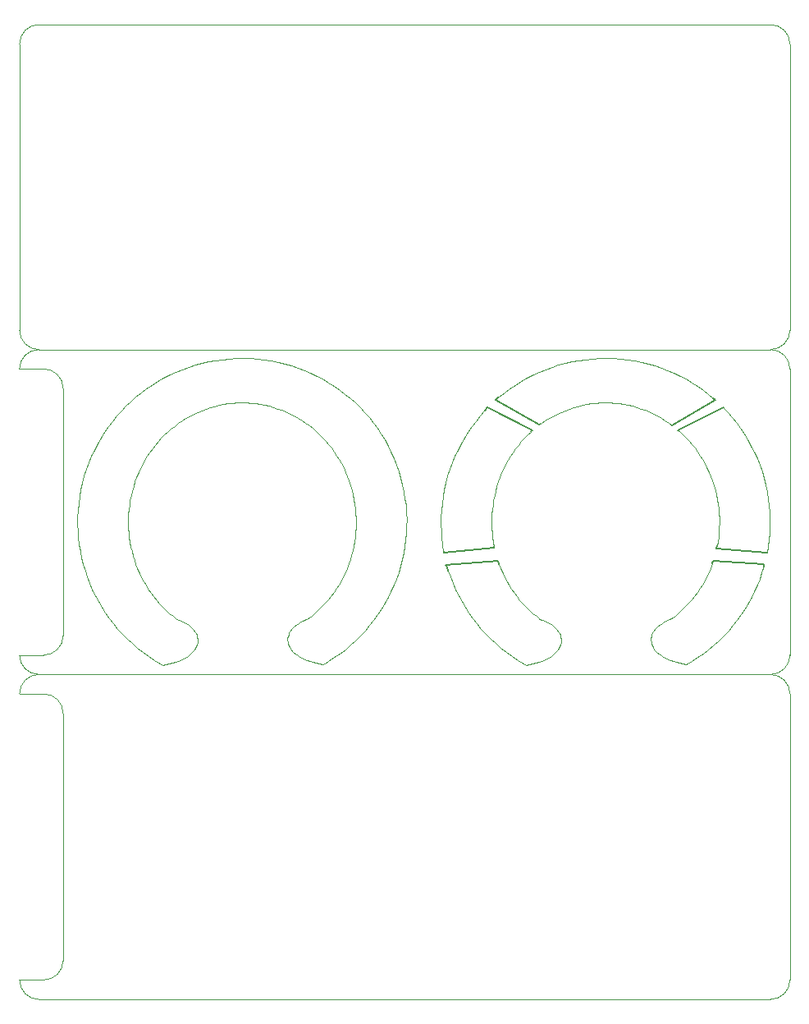
<source format=gbr>
G04 #@! TF.GenerationSoftware,KiCad,Pcbnew,5.1.0*
G04 #@! TF.CreationDate,2019-04-23T13:01:11-05:00*
G04 #@! TF.ProjectId,S4_20Badge,53345f32-3042-4616-9467-652e6b696361,rev?*
G04 #@! TF.SameCoordinates,Original*
G04 #@! TF.FileFunction,Profile,NP*
%FSLAX46Y46*%
G04 Gerber Fmt 4.6, Leading zero omitted, Abs format (unit mm)*
G04 Created by KiCad (PCBNEW 5.1.0) date 2019-04-23 13:01:11*
%MOMM*%
%LPD*%
G04 APERTURE LIST*
%ADD10C,0.050000*%
%ADD11C,0.100000*%
%ADD12C,0.150000*%
G04 APERTURE END LIST*
D10*
X111000000Y-85500000D02*
X108500000Y-85500000D01*
X111000000Y-115000000D02*
X108500000Y-115000000D01*
X113000000Y-113000000D02*
G75*
G02X111000000Y-115000000I-2000000J0D01*
G01*
X111000000Y-85500000D02*
G75*
G02X113000000Y-87500000I0J-2000000D01*
G01*
X111000000Y-148500000D02*
X108500000Y-148500000D01*
X113000000Y-146500000D02*
G75*
G02X111000000Y-148500000I-2000000J0D01*
G01*
X111000000Y-119000000D02*
X108500000Y-119000000D01*
X111000000Y-119000000D02*
G75*
G02X113000000Y-121000000I0J-2000000D01*
G01*
X113000000Y-146500000D02*
X113000000Y-121000000D01*
X110500000Y-150500000D02*
G75*
G02X108500000Y-148500000I0J2000000D01*
G01*
X188000000Y-148500000D02*
G75*
G02X186000000Y-150500000I-2000000J0D01*
G01*
X188000000Y-119000000D02*
X188000000Y-148500000D01*
X108500000Y-119000000D02*
G75*
G02X110500000Y-117000000I2000000J0D01*
G01*
X110500000Y-150500000D02*
X186000000Y-150500000D01*
X186000000Y-117000000D02*
G75*
G02X188000000Y-119000000I0J-2000000D01*
G01*
X186000000Y-150500000D02*
X110500000Y-150500000D01*
X110500000Y-117000000D02*
X186000000Y-117000000D01*
X188000000Y-85500000D02*
X188000000Y-115000000D01*
X188000000Y-115000000D02*
G75*
G02X186000000Y-117000000I-2000000J0D01*
G01*
X110500000Y-117000000D02*
G75*
G02X108500000Y-115000000I0J2000000D01*
G01*
X113000000Y-113000000D02*
X113000000Y-87500000D01*
X186000000Y-83500000D02*
G75*
G02X188000000Y-85500000I0J-2000000D01*
G01*
X110500000Y-83500000D02*
X186000000Y-83500000D01*
X110500000Y-117000000D02*
X186000000Y-117000000D01*
X108500000Y-85500000D02*
G75*
G02X110500000Y-83500000I2000000J0D01*
G01*
X186000000Y-117000000D02*
X110500000Y-117000000D01*
X110500000Y-83500000D02*
X186000000Y-83500000D01*
X110500000Y-50000000D02*
X186000000Y-50000000D01*
X186000000Y-83500000D02*
X110500000Y-83500000D01*
X188000000Y-52000000D02*
X188000000Y-81500000D01*
X108500000Y-81500000D02*
X108500000Y-52000000D01*
X110500000Y-83500000D02*
G75*
G02X108500000Y-81500000I0J2000000D01*
G01*
X188000000Y-81500000D02*
G75*
G02X186000000Y-83500000I-2000000J0D01*
G01*
X186000000Y-50000000D02*
G75*
G02X188000000Y-52000000I0J-2000000D01*
G01*
X108500000Y-52000000D02*
G75*
G02X110500000Y-50000000I2000000J0D01*
G01*
D11*
X124717720Y-111288562D02*
X124331591Y-110993873D01*
X124331591Y-110993873D02*
X123959612Y-110685177D01*
X123959612Y-110685177D02*
X123601959Y-110363010D01*
X123601959Y-110363010D02*
X123258806Y-110027908D01*
X123258806Y-110027908D02*
X122930329Y-109680409D01*
X122930329Y-109680409D02*
X122616702Y-109321048D01*
X122616702Y-109321048D02*
X122318100Y-108950363D01*
X122318100Y-108950363D02*
X122034697Y-108568889D01*
X122034697Y-108568889D02*
X121766670Y-108177165D01*
X121766670Y-108177165D02*
X121514193Y-107775725D01*
X121514193Y-107775725D02*
X121277440Y-107365108D01*
X121277440Y-107365108D02*
X121056586Y-106945849D01*
X121056586Y-106945849D02*
X120851807Y-106518485D01*
X120851807Y-106518485D02*
X120663277Y-106083553D01*
X120663277Y-106083553D02*
X120491171Y-105641590D01*
X120491171Y-105641590D02*
X120335664Y-105193131D01*
X120335664Y-105193131D02*
X120196931Y-104738714D01*
X120196931Y-104738714D02*
X120075147Y-104278875D01*
X120075147Y-104278875D02*
X119970487Y-103814151D01*
X119970487Y-103814151D02*
X119883125Y-103345079D01*
X119883125Y-103345079D02*
X119813236Y-102872194D01*
X119813236Y-102872194D02*
X119760996Y-102396035D01*
X119760996Y-102396035D02*
X119726578Y-101917136D01*
X119726578Y-101917136D02*
X119710159Y-101436036D01*
X119710159Y-101436036D02*
X119711913Y-100953270D01*
X119711913Y-100953270D02*
X119732014Y-100469375D01*
X119732014Y-100469375D02*
X119770639Y-99984889D01*
X119770639Y-99984889D02*
X119827960Y-99500346D01*
X119827960Y-99500346D02*
X119904154Y-99016285D01*
X119904154Y-99016285D02*
X119999396Y-98533241D01*
X119999396Y-98533241D02*
X120113859Y-98051752D01*
X120113859Y-98051752D02*
X120247720Y-97572353D01*
X120247720Y-97572353D02*
X120400017Y-97098990D01*
X120400017Y-97098990D02*
X120569382Y-96635474D01*
X120569382Y-96635474D02*
X120755377Y-96182140D01*
X120755377Y-96182140D02*
X120957566Y-95739326D01*
X120957566Y-95739326D02*
X121175511Y-95307368D01*
X121175511Y-95307368D02*
X121408776Y-94886601D01*
X121408776Y-94886601D02*
X121656923Y-94477362D01*
X121656923Y-94477362D02*
X121919516Y-94079988D01*
X121919516Y-94079988D02*
X122196117Y-93694815D01*
X122196117Y-93694815D02*
X122486289Y-93322178D01*
X122486289Y-93322178D02*
X122789595Y-92962415D01*
X122789595Y-92962415D02*
X123105598Y-92615861D01*
X123105598Y-92615861D02*
X123433861Y-92282853D01*
X123433861Y-92282853D02*
X123773948Y-91963728D01*
X123773948Y-91963728D02*
X124125420Y-91658821D01*
X124125420Y-91658821D02*
X124487841Y-91368468D01*
X124487841Y-91368468D02*
X124860774Y-91093006D01*
X124860774Y-91093006D02*
X125243782Y-90832772D01*
X125243782Y-90832772D02*
X125636428Y-90588102D01*
X125636428Y-90588102D02*
X126038274Y-90359331D01*
X126038274Y-90359331D02*
X126448884Y-90146796D01*
X126448884Y-90146796D02*
X126867821Y-89950834D01*
X126867821Y-89950834D02*
X127294647Y-89771780D01*
X127294647Y-89771780D02*
X127728925Y-89609972D01*
X127728925Y-89609972D02*
X128170219Y-89465745D01*
X128170219Y-89465745D02*
X128618091Y-89339435D01*
X128618091Y-89339435D02*
X129072105Y-89231380D01*
X129072105Y-89231380D02*
X129531823Y-89141914D01*
X129531823Y-89141914D02*
X129996808Y-89071375D01*
X129996808Y-89071375D02*
X130466623Y-89020099D01*
X130466623Y-89020099D02*
X130940832Y-88988422D01*
X130940832Y-88988422D02*
X131418996Y-88976680D01*
X131418996Y-88976680D02*
X131897225Y-88985110D01*
X131897225Y-88985110D02*
X132371624Y-89013502D01*
X132371624Y-89013502D02*
X132841755Y-89061523D01*
X132841755Y-89061523D02*
X133307178Y-89128840D01*
X133307178Y-89128840D02*
X133767454Y-89215120D01*
X133767454Y-89215120D02*
X134222144Y-89320029D01*
X134222144Y-89320029D02*
X134670809Y-89443234D01*
X134670809Y-89443234D02*
X135113010Y-89584402D01*
X135113010Y-89584402D02*
X135548307Y-89743199D01*
X135548307Y-89743199D02*
X135976262Y-89919292D01*
X135976262Y-89919292D02*
X136396434Y-90112349D01*
X136396434Y-90112349D02*
X136808385Y-90322035D01*
X136808385Y-90322035D02*
X137211676Y-90548018D01*
X137211676Y-90548018D02*
X137605868Y-90789964D01*
X137605868Y-90789964D02*
X137990521Y-91047540D01*
X137990521Y-91047540D02*
X138365196Y-91320412D01*
X138365196Y-91320412D02*
X138729454Y-91608249D01*
X138729454Y-91608249D02*
X139082856Y-91910715D01*
X139082856Y-91910715D02*
X139424963Y-92227478D01*
X139424963Y-92227478D02*
X139755335Y-92558205D01*
X139755335Y-92558205D02*
X140073533Y-92902563D01*
X140073533Y-92902563D02*
X140379119Y-93260218D01*
X140379119Y-93260218D02*
X140671652Y-93630836D01*
X140671652Y-93630836D02*
X140950694Y-94014086D01*
X140950694Y-94014086D02*
X141215806Y-94409633D01*
X141215806Y-94409633D02*
X141466548Y-94817144D01*
X141466548Y-94817144D02*
X141702481Y-95236286D01*
X141702481Y-95236286D02*
X141923166Y-95666725D01*
X141923166Y-95666725D02*
X142128164Y-96108130D01*
X142128164Y-96108130D02*
X142317035Y-96560165D01*
X142317035Y-96560165D02*
X142489342Y-97022498D01*
X142489342Y-97022498D02*
X142644643Y-97494796D01*
X142644643Y-97494796D02*
X142781547Y-97973257D01*
X142781547Y-97973257D02*
X142899067Y-98453943D01*
X142899067Y-98453943D02*
X142997376Y-98936317D01*
X142997376Y-98936317D02*
X143076644Y-99419840D01*
X143076644Y-99419840D02*
X143137043Y-99903974D01*
X143137043Y-99903974D02*
X143178745Y-100388183D01*
X143178745Y-100388183D02*
X143201920Y-100871928D01*
X143201920Y-100871928D02*
X143206741Y-101354671D01*
X143206741Y-101354671D02*
X143193379Y-101835874D01*
X143193379Y-101835874D02*
X143162006Y-102315001D01*
X143162006Y-102315001D02*
X143112792Y-102791511D01*
X143112792Y-102791511D02*
X143045909Y-103264869D01*
X143045909Y-103264869D02*
X142961530Y-103734537D01*
X142961530Y-103734537D02*
X142859824Y-104199975D01*
X142859824Y-104199975D02*
X142740964Y-104660647D01*
X142740964Y-104660647D02*
X142605122Y-105116015D01*
X142605122Y-105116015D02*
X142452468Y-105565541D01*
X142452468Y-105565541D02*
X142283174Y-106008687D01*
X142283174Y-106008687D02*
X142097412Y-106444915D01*
X142097412Y-106444915D02*
X141895352Y-106873687D01*
X141895352Y-106873687D02*
X141677168Y-107294466D01*
X141677168Y-107294466D02*
X141443029Y-107706714D01*
X141443029Y-107706714D02*
X141193108Y-108109893D01*
X141193108Y-108109893D02*
X140927575Y-108503466D01*
X140927575Y-108503466D02*
X140646603Y-108886893D01*
X140646603Y-108886893D02*
X140350363Y-109259638D01*
X140350363Y-109259638D02*
X140039026Y-109621163D01*
X140039026Y-109621163D02*
X139712764Y-109970930D01*
X139712764Y-109970930D02*
X139371748Y-110308401D01*
X139371748Y-110308401D02*
X139016150Y-110633038D01*
X139016150Y-110633038D02*
X138646140Y-110944304D01*
X138646140Y-110944304D02*
X138261892Y-111241660D01*
X123289925Y-116018461D02*
X123018038Y-115873830D01*
X123018038Y-115873830D02*
X122394027Y-115501500D01*
X122394027Y-115501500D02*
X121790608Y-115105740D01*
X121790608Y-115105740D02*
X121208163Y-114687380D01*
X121208163Y-114687380D02*
X120647076Y-114247280D01*
X120647076Y-114247280D02*
X120107729Y-113786260D01*
X120107729Y-113786260D02*
X119590505Y-113305160D01*
X119590505Y-113305160D02*
X119095788Y-112804830D01*
X119095788Y-112804830D02*
X118623961Y-112286100D01*
X118623961Y-112286100D02*
X118175407Y-111749800D01*
X118175407Y-111749800D02*
X117750509Y-111196780D01*
X117750509Y-111196780D02*
X117349649Y-110627880D01*
X117349649Y-110627880D02*
X116973211Y-110043930D01*
X116973211Y-110043930D02*
X116621578Y-109445770D01*
X116621578Y-109445770D02*
X116295134Y-108834240D01*
X116295134Y-108834240D02*
X115994260Y-108210170D01*
X115994260Y-108210170D02*
X115719340Y-107574410D01*
X115719340Y-107574410D02*
X115470758Y-106927800D01*
X115470758Y-106927800D02*
X115248896Y-106271160D01*
X115248896Y-106271160D02*
X115054137Y-105605350D01*
X115054137Y-105605350D02*
X114886865Y-104931190D01*
X114886865Y-104931190D02*
X114747462Y-104249530D01*
X114747462Y-104249530D02*
X114636311Y-103561200D01*
X114636311Y-103561200D02*
X114553791Y-102867050D01*
X114553791Y-102867050D02*
X114500291Y-102167900D01*
X114500291Y-102167900D02*
X114476201Y-101464600D01*
X114476201Y-101464600D02*
X114481901Y-100757990D01*
X114481901Y-100757990D02*
X114517761Y-100048910D01*
X114517761Y-100048910D02*
X114584171Y-99338180D01*
X114584171Y-99338180D02*
X114681511Y-98626660D01*
X114681511Y-98626660D02*
X114810170Y-97915180D01*
X114810170Y-97915180D02*
X114970529Y-97204570D01*
X114970529Y-97204570D02*
X115161347Y-96501420D01*
X115161347Y-96501420D02*
X115380640Y-95812130D01*
X115380640Y-95812130D02*
X115627677Y-95137270D01*
X115627677Y-95137270D02*
X115901725Y-94477400D01*
X115901725Y-94477400D02*
X116202054Y-93833080D01*
X116202054Y-93833080D02*
X116527930Y-93204880D01*
X116527930Y-93204880D02*
X116878624Y-92593370D01*
X116878624Y-92593370D02*
X117253404Y-91999110D01*
X117253404Y-91999110D02*
X117651536Y-91422660D01*
X117651536Y-91422660D02*
X118072291Y-90864600D01*
X118072291Y-90864600D02*
X118514936Y-90325480D01*
X118514936Y-90325480D02*
X118978741Y-89805870D01*
X118978741Y-89805870D02*
X119462972Y-89306340D01*
X119462972Y-89306340D02*
X119966899Y-88827450D01*
X119966899Y-88827450D02*
X120489789Y-88369760D01*
X120489789Y-88369760D02*
X121030912Y-87933850D01*
X121030912Y-87933850D02*
X121589536Y-87520270D01*
X121589536Y-87520270D02*
X122164928Y-87129600D01*
X122164928Y-87129600D02*
X122756358Y-86762390D01*
X122756358Y-86762390D02*
X123363094Y-86419220D01*
X123363094Y-86419220D02*
X123984404Y-86100640D01*
X123984404Y-86100640D02*
X124619557Y-85807220D01*
X124619557Y-85807220D02*
X125267821Y-85539530D01*
X125267821Y-85539530D02*
X125928463Y-85298140D01*
X125928463Y-85298140D02*
X126600754Y-85083600D01*
X126600754Y-85083600D02*
X127283960Y-84896490D01*
X127283960Y-84896490D02*
X127977351Y-84737360D01*
X127977351Y-84737360D02*
X128680195Y-84606790D01*
X128680195Y-84606790D02*
X129391760Y-84505330D01*
X129391760Y-84505330D02*
X130111315Y-84433530D01*
X130111315Y-84433530D02*
X130838127Y-84392030D01*
X130838127Y-84392030D02*
X131571466Y-84381330D01*
X131571466Y-84381330D02*
X132304595Y-84401830D01*
X132304595Y-84401830D02*
X133030784Y-84453030D01*
X133030784Y-84453030D02*
X133749308Y-84534330D01*
X133749308Y-84534330D02*
X134459444Y-84645220D01*
X134459444Y-84645220D02*
X135160468Y-84785110D01*
X135160468Y-84785110D02*
X135851655Y-84953430D01*
X135851655Y-84953430D02*
X136532281Y-85149600D01*
X136532281Y-85149600D02*
X137201624Y-85373040D01*
X137201624Y-85373040D02*
X137858958Y-85623190D01*
X137858958Y-85623190D02*
X138503560Y-85899450D01*
X138503560Y-85899450D02*
X139134706Y-86201270D01*
X139134706Y-86201270D02*
X139751672Y-86528070D01*
X139751672Y-86528070D02*
X140353734Y-86879260D01*
X140353734Y-86879260D02*
X140940168Y-87254290D01*
X140940168Y-87254290D02*
X141510251Y-87652560D01*
X141510251Y-87652560D02*
X142063257Y-88073510D01*
X142063257Y-88073510D02*
X142598463Y-88516570D01*
X142598463Y-88516570D02*
X143115146Y-88981150D01*
X143115146Y-88981150D02*
X143612581Y-89466690D01*
X143612581Y-89466690D02*
X144090044Y-89972600D01*
X144090044Y-89972600D02*
X144546812Y-90498310D01*
X144546812Y-90498310D02*
X144982160Y-91043260D01*
X144982160Y-91043260D02*
X145395365Y-91606860D01*
X145395365Y-91606860D02*
X145785702Y-92188530D01*
X145785702Y-92188530D02*
X146152448Y-92787710D01*
X146152448Y-92787710D02*
X146494878Y-93403820D01*
X146494878Y-93403820D02*
X146812269Y-94036290D01*
X146812269Y-94036290D02*
X147103897Y-94684530D01*
X147103897Y-94684530D02*
X147369037Y-95347990D01*
X147369037Y-95347990D02*
X147606967Y-96026070D01*
X147606967Y-96026070D02*
X147816961Y-96718200D01*
X147816961Y-96718200D02*
X147998296Y-97423820D01*
X147998296Y-97423820D02*
X148149074Y-98136490D01*
X148149074Y-98136490D02*
X148268144Y-98849620D01*
X148268144Y-98849620D02*
X148355894Y-99562370D01*
X148355894Y-99562370D02*
X148412734Y-100273910D01*
X148412734Y-100273910D02*
X148439044Y-100983410D01*
X148439044Y-100983410D02*
X148435244Y-101690030D01*
X148435244Y-101690030D02*
X148401684Y-102392950D01*
X148401684Y-102392950D02*
X148338784Y-103091320D01*
X148338784Y-103091320D02*
X148246934Y-103784320D01*
X148246934Y-103784320D02*
X148126527Y-104471110D01*
X148126527Y-104471110D02*
X147977960Y-105150860D01*
X147977960Y-105150860D02*
X147801627Y-105822730D01*
X147801627Y-105822730D02*
X147597923Y-106485900D01*
X147597923Y-106485900D02*
X147367241Y-107139530D01*
X147367241Y-107139530D02*
X147109976Y-107782790D01*
X147109976Y-107782790D02*
X146826522Y-108414840D01*
X146826522Y-108414840D02*
X146517275Y-109034860D01*
X146517275Y-109034860D02*
X146182627Y-109642000D01*
X146182627Y-109642000D02*
X145822973Y-110235440D01*
X145822973Y-110235440D02*
X145438708Y-110814340D01*
X145438708Y-110814340D02*
X145030226Y-111377870D01*
X145030226Y-111377870D02*
X144597921Y-111925200D01*
X144597921Y-111925200D02*
X144142187Y-112455500D01*
X144142187Y-112455500D02*
X143663419Y-112967920D01*
X143663419Y-112967920D02*
X143162011Y-113461640D01*
X143162011Y-113461640D02*
X142638358Y-113935830D01*
X142638358Y-113935830D02*
X142092853Y-114389650D01*
X142092853Y-114389650D02*
X141525892Y-114822270D01*
X141525892Y-114822270D02*
X140937867Y-115232860D01*
X140937867Y-115232860D02*
X140329175Y-115620570D01*
X140329175Y-115620570D02*
X139975830Y-115850955D01*
X139975830Y-115850955D02*
X139743313Y-115931565D01*
X124648221Y-111264566D02*
X124941514Y-111372521D01*
X124941514Y-111372521D02*
X125216610Y-111491447D01*
X125216610Y-111491447D02*
X125472909Y-111620618D01*
X125472909Y-111620618D02*
X125709812Y-111759305D01*
X125709812Y-111759305D02*
X125926720Y-111906783D01*
X125926720Y-111906783D02*
X126123033Y-112062323D01*
X126123033Y-112062323D02*
X126298152Y-112225199D01*
X126298152Y-112225199D02*
X126451477Y-112394683D01*
X126451477Y-112394683D02*
X126582410Y-112570048D01*
X126582410Y-112570048D02*
X126690350Y-112750568D01*
X126690350Y-112750568D02*
X126774699Y-112935514D01*
X126774699Y-112935514D02*
X126834856Y-113124160D01*
X126834856Y-113124160D02*
X126870223Y-113315779D01*
X126870223Y-113315779D02*
X126880200Y-113509644D01*
X126880200Y-113509644D02*
X126864188Y-113705026D01*
X126864188Y-113705026D02*
X126821587Y-113901200D01*
X126821587Y-113901200D02*
X126752767Y-114094987D01*
X126752767Y-114094987D02*
X126659148Y-114283304D01*
X126659148Y-114283304D02*
X126541702Y-114465568D01*
X126541702Y-114465568D02*
X126401405Y-114641195D01*
X126401405Y-114641195D02*
X126239229Y-114809601D01*
X126239229Y-114809601D02*
X126056150Y-114970201D01*
X126056150Y-114970201D02*
X125853141Y-115122412D01*
X125853141Y-115122412D02*
X125631176Y-115265651D01*
X125631176Y-115265651D02*
X125391230Y-115399332D01*
X125391230Y-115399332D02*
X125134275Y-115522873D01*
X125134275Y-115522873D02*
X124861286Y-115635689D01*
X124861286Y-115635689D02*
X124573238Y-115737197D01*
X124573238Y-115737197D02*
X124271103Y-115826811D01*
X124271103Y-115826811D02*
X123955857Y-115903950D01*
X123955857Y-115903950D02*
X123628473Y-115968027D01*
X123628473Y-115968027D02*
X123289925Y-116018461D01*
X138315517Y-111201653D02*
X138027867Y-111311615D01*
X138027867Y-111311615D02*
X137758437Y-111432215D01*
X137758437Y-111432215D02*
X137507796Y-111562737D01*
X137507796Y-111562737D02*
X137276514Y-111702466D01*
X137276514Y-111702466D02*
X137065159Y-111850687D01*
X137065159Y-111850687D02*
X136874302Y-112006685D01*
X136874302Y-112006685D02*
X136704511Y-112169743D01*
X136704511Y-112169743D02*
X136556356Y-112339147D01*
X136556356Y-112339147D02*
X136430406Y-112514182D01*
X136430406Y-112514182D02*
X136327230Y-112694131D01*
X136327230Y-112694131D02*
X136247398Y-112878280D01*
X136247398Y-112878280D02*
X136191478Y-113065914D01*
X136191478Y-113065914D02*
X136160041Y-113256316D01*
X136160041Y-113256316D02*
X136153655Y-113448772D01*
X136153655Y-113448772D02*
X136172890Y-113642565D01*
X136172890Y-113642565D02*
X136218315Y-113836982D01*
X136218315Y-113836982D02*
X136289517Y-114028919D01*
X136289517Y-114028919D02*
X136385066Y-114215373D01*
X136385066Y-114215373D02*
X136504004Y-114395775D01*
X136504004Y-114395775D02*
X136645376Y-114569556D01*
X136645376Y-114569556D02*
X136808224Y-114736148D01*
X136808224Y-114736148D02*
X136991591Y-114894983D01*
X136991591Y-114894983D02*
X137194520Y-115045491D01*
X137194520Y-115045491D02*
X137416055Y-115187104D01*
X137416055Y-115187104D02*
X137655239Y-115319253D01*
X137655239Y-115319253D02*
X137911115Y-115441371D01*
X137911115Y-115441371D02*
X138182725Y-115552888D01*
X138182725Y-115552888D02*
X138469114Y-115653235D01*
X138469114Y-115653235D02*
X138769324Y-115741845D01*
X138769324Y-115741845D02*
X139082398Y-115818148D01*
X139082398Y-115818148D02*
X139407380Y-115881577D01*
X139407380Y-115881577D02*
X139743313Y-115931562D01*
X162217720Y-111288562D02*
X161831591Y-110993873D01*
X161831591Y-110993873D02*
X161459612Y-110685177D01*
X161459612Y-110685177D02*
X161101959Y-110363010D01*
X161101959Y-110363010D02*
X160758806Y-110027908D01*
X160758806Y-110027908D02*
X160430329Y-109680409D01*
X160430329Y-109680409D02*
X160116702Y-109321048D01*
X160116702Y-109321048D02*
X159818100Y-108950363D01*
X159818100Y-108950363D02*
X159534697Y-108568889D01*
X159534697Y-108568889D02*
X159266670Y-108177165D01*
X159266670Y-108177165D02*
X159014193Y-107775725D01*
X159014193Y-107775725D02*
X158777440Y-107365108D01*
X158777440Y-107365108D02*
X158556586Y-106945849D01*
X158556586Y-106945849D02*
X158351807Y-106518485D01*
X158351807Y-106518485D02*
X158163277Y-106083553D01*
X158163277Y-106083553D02*
X157991171Y-105641590D01*
X157470487Y-103814151D02*
X157383125Y-103345079D01*
X157383125Y-103345079D02*
X157313236Y-102872194D01*
X157313236Y-102872194D02*
X157260996Y-102396035D01*
X157260996Y-102396035D02*
X157226578Y-101917136D01*
X157226578Y-101917136D02*
X157210159Y-101436036D01*
X157210159Y-101436036D02*
X157211913Y-100953270D01*
X157211913Y-100953270D02*
X157232014Y-100469375D01*
X157232014Y-100469375D02*
X157270639Y-99984889D01*
X157270639Y-99984889D02*
X157327960Y-99500346D01*
X157327960Y-99500346D02*
X157404154Y-99016285D01*
X157404154Y-99016285D02*
X157499396Y-98533241D01*
X157499396Y-98533241D02*
X157613859Y-98051752D01*
X157613859Y-98051752D02*
X157747720Y-97572353D01*
X157747720Y-97572353D02*
X157900017Y-97098990D01*
X157900017Y-97098990D02*
X158069382Y-96635474D01*
X158069382Y-96635474D02*
X158255377Y-96182140D01*
X158255377Y-96182140D02*
X158457566Y-95739326D01*
X158457566Y-95739326D02*
X158675511Y-95307368D01*
X158675511Y-95307368D02*
X158908776Y-94886601D01*
X158908776Y-94886601D02*
X159156923Y-94477362D01*
X159156923Y-94477362D02*
X159419516Y-94079988D01*
X159419516Y-94079988D02*
X159696117Y-93694815D01*
X159696117Y-93694815D02*
X159986289Y-93322178D01*
X159986289Y-93322178D02*
X160289595Y-92962415D01*
X160289595Y-92962415D02*
X160605598Y-92615861D01*
X160605598Y-92615861D02*
X160933861Y-92282853D01*
X160933861Y-92282853D02*
X161273948Y-91963728D01*
X162360774Y-91093006D02*
X162743782Y-90832772D01*
X162743782Y-90832772D02*
X163136428Y-90588102D01*
X163136428Y-90588102D02*
X163538274Y-90359331D01*
X163538274Y-90359331D02*
X163948884Y-90146796D01*
X163948884Y-90146796D02*
X164367821Y-89950834D01*
X164367821Y-89950834D02*
X164794647Y-89771780D01*
X164794647Y-89771780D02*
X165228925Y-89609972D01*
X165228925Y-89609972D02*
X165670219Y-89465745D01*
X165670219Y-89465745D02*
X166118091Y-89339435D01*
X166118091Y-89339435D02*
X166572105Y-89231380D01*
X166572105Y-89231380D02*
X167031823Y-89141914D01*
X167031823Y-89141914D02*
X167496808Y-89071375D01*
X167496808Y-89071375D02*
X167966623Y-89020099D01*
X167966623Y-89020099D02*
X168440832Y-88988422D01*
X168440832Y-88988422D02*
X168918996Y-88976680D01*
X168918996Y-88976680D02*
X169397225Y-88985110D01*
X169397225Y-88985110D02*
X169871624Y-89013502D01*
X169871624Y-89013502D02*
X170341755Y-89061523D01*
X170341755Y-89061523D02*
X170807178Y-89128840D01*
X170807178Y-89128840D02*
X171267454Y-89215120D01*
X171267454Y-89215120D02*
X171722144Y-89320029D01*
X171722144Y-89320029D02*
X172170809Y-89443234D01*
X172170809Y-89443234D02*
X172613010Y-89584402D01*
X172613010Y-89584402D02*
X173048307Y-89743199D01*
X173048307Y-89743199D02*
X173476262Y-89919292D01*
X173476262Y-89919292D02*
X173896434Y-90112349D01*
X173896434Y-90112349D02*
X174308385Y-90322035D01*
X174308385Y-90322035D02*
X174711676Y-90548018D01*
X174711676Y-90548018D02*
X175105868Y-90789964D01*
X175105868Y-90789964D02*
X175490521Y-91047540D01*
X175490521Y-91047540D02*
X175865196Y-91320412D01*
X176582856Y-91910715D02*
X176924963Y-92227478D01*
X176924963Y-92227478D02*
X177255335Y-92558205D01*
X177255335Y-92558205D02*
X177573533Y-92902563D01*
X177573533Y-92902563D02*
X177879119Y-93260218D01*
X177879119Y-93260218D02*
X178171652Y-93630836D01*
X178171652Y-93630836D02*
X178450694Y-94014086D01*
X178450694Y-94014086D02*
X178715806Y-94409633D01*
X178715806Y-94409633D02*
X178966548Y-94817144D01*
X178966548Y-94817144D02*
X179202481Y-95236286D01*
X179202481Y-95236286D02*
X179423166Y-95666725D01*
X179423166Y-95666725D02*
X179628164Y-96108130D01*
X179628164Y-96108130D02*
X179817035Y-96560165D01*
X179817035Y-96560165D02*
X179989342Y-97022498D01*
X179989342Y-97022498D02*
X180144643Y-97494796D01*
X180144643Y-97494796D02*
X180281547Y-97973257D01*
X180281547Y-97973257D02*
X180399067Y-98453943D01*
X180399067Y-98453943D02*
X180497376Y-98936317D01*
X180497376Y-98936317D02*
X180576644Y-99419840D01*
X180576644Y-99419840D02*
X180637043Y-99903974D01*
X180637043Y-99903974D02*
X180678745Y-100388183D01*
X180678745Y-100388183D02*
X180701920Y-100871928D01*
X180701920Y-100871928D02*
X180706741Y-101354671D01*
X180706741Y-101354671D02*
X180693379Y-101835874D01*
X180693379Y-101835874D02*
X180662006Y-102315001D01*
X180662006Y-102315001D02*
X180612792Y-102791511D01*
X180612792Y-102791511D02*
X180545909Y-103264869D01*
X180545909Y-103264869D02*
X180461530Y-103734537D01*
X179952468Y-105565541D02*
X179783174Y-106008687D01*
X179783174Y-106008687D02*
X179597412Y-106444915D01*
X179597412Y-106444915D02*
X179395352Y-106873687D01*
X179395352Y-106873687D02*
X179177168Y-107294466D01*
X179177168Y-107294466D02*
X178943029Y-107706714D01*
X178943029Y-107706714D02*
X178693108Y-108109893D01*
X178693108Y-108109893D02*
X178427575Y-108503466D01*
X178427575Y-108503466D02*
X178146603Y-108886893D01*
X178146603Y-108886893D02*
X177850363Y-109259638D01*
X177850363Y-109259638D02*
X177539026Y-109621163D01*
X177539026Y-109621163D02*
X177212764Y-109970930D01*
X177212764Y-109970930D02*
X176871748Y-110308401D01*
X176871748Y-110308401D02*
X176516150Y-110633038D01*
X176516150Y-110633038D02*
X176146140Y-110944304D01*
X176146140Y-110944304D02*
X175761892Y-111241660D01*
X160789925Y-116018461D02*
X160518038Y-115873830D01*
X160518038Y-115873830D02*
X159894027Y-115501500D01*
X159894027Y-115501500D02*
X159290608Y-115105740D01*
X159290608Y-115105740D02*
X158708163Y-114687380D01*
X158708163Y-114687380D02*
X158147076Y-114247280D01*
X158147076Y-114247280D02*
X157607729Y-113786260D01*
X157607729Y-113786260D02*
X157090505Y-113305160D01*
X157090505Y-113305160D02*
X156595788Y-112804830D01*
X156595788Y-112804830D02*
X156123961Y-112286100D01*
X156123961Y-112286100D02*
X155675407Y-111749800D01*
X155675407Y-111749800D02*
X155250509Y-111196780D01*
X155250509Y-111196780D02*
X154849649Y-110627880D01*
X154849649Y-110627880D02*
X154473211Y-110043930D01*
X154473211Y-110043930D02*
X154121578Y-109445770D01*
X154121578Y-109445770D02*
X153795134Y-108834240D01*
X153795134Y-108834240D02*
X153494260Y-108210170D01*
X153494260Y-108210170D02*
X153219340Y-107574410D01*
X153219340Y-107574410D02*
X152970758Y-106927800D01*
X152970758Y-106927800D02*
X152748896Y-106271160D01*
X152247462Y-104249530D02*
X152136311Y-103561200D01*
X152136311Y-103561200D02*
X152053791Y-102867050D01*
X152053791Y-102867050D02*
X152000291Y-102167900D01*
X152000291Y-102167900D02*
X151976201Y-101464600D01*
X151976201Y-101464600D02*
X151981901Y-100757990D01*
X151981901Y-100757990D02*
X152017761Y-100048910D01*
X152017761Y-100048910D02*
X152084171Y-99338180D01*
X152084171Y-99338180D02*
X152181511Y-98626660D01*
X152181511Y-98626660D02*
X152310170Y-97915180D01*
X152310170Y-97915180D02*
X152470529Y-97204570D01*
X152470529Y-97204570D02*
X152661347Y-96501420D01*
X152661347Y-96501420D02*
X152880640Y-95812130D01*
X152880640Y-95812130D02*
X153127677Y-95137270D01*
X153127677Y-95137270D02*
X153401725Y-94477400D01*
X153401725Y-94477400D02*
X153702054Y-93833080D01*
X153702054Y-93833080D02*
X154027930Y-93204880D01*
X154027930Y-93204880D02*
X154378624Y-92593370D01*
X154378624Y-92593370D02*
X154753404Y-91999110D01*
X154753404Y-91999110D02*
X155151536Y-91422660D01*
X155151536Y-91422660D02*
X155572291Y-90864600D01*
X155572291Y-90864600D02*
X156014936Y-90325480D01*
X156014936Y-90325480D02*
X156478741Y-89805870D01*
X157989789Y-88369760D02*
X158530912Y-87933850D01*
X158530912Y-87933850D02*
X159089536Y-87520270D01*
X159089536Y-87520270D02*
X159664928Y-87129600D01*
X159664928Y-87129600D02*
X160256358Y-86762390D01*
X160256358Y-86762390D02*
X160863094Y-86419220D01*
X160863094Y-86419220D02*
X161484404Y-86100640D01*
X161484404Y-86100640D02*
X162119557Y-85807220D01*
X162119557Y-85807220D02*
X162767821Y-85539530D01*
X162767821Y-85539530D02*
X163428463Y-85298140D01*
X163428463Y-85298140D02*
X164100754Y-85083600D01*
X164100754Y-85083600D02*
X164783960Y-84896490D01*
X164783960Y-84896490D02*
X165477351Y-84737360D01*
X165477351Y-84737360D02*
X166180195Y-84606790D01*
X166180195Y-84606790D02*
X166891760Y-84505330D01*
X166891760Y-84505330D02*
X167611315Y-84433530D01*
X167611315Y-84433530D02*
X168338127Y-84392030D01*
X168338127Y-84392030D02*
X169071466Y-84381330D01*
X169071466Y-84381330D02*
X169804595Y-84401830D01*
X169804595Y-84401830D02*
X170530784Y-84453030D01*
X170530784Y-84453030D02*
X171249308Y-84534330D01*
X171249308Y-84534330D02*
X171959444Y-84645220D01*
X171959444Y-84645220D02*
X172660468Y-84785110D01*
X172660468Y-84785110D02*
X173351655Y-84953430D01*
X173351655Y-84953430D02*
X174032281Y-85149600D01*
X174032281Y-85149600D02*
X174701624Y-85373040D01*
X174701624Y-85373040D02*
X175358958Y-85623190D01*
X175358958Y-85623190D02*
X176003560Y-85899450D01*
X176003560Y-85899450D02*
X176634706Y-86201270D01*
X176634706Y-86201270D02*
X177251672Y-86528070D01*
X177251672Y-86528070D02*
X177853734Y-86879260D01*
X177853734Y-86879260D02*
X178440168Y-87254290D01*
X178440168Y-87254290D02*
X179010251Y-87652560D01*
X179010251Y-87652560D02*
X179563257Y-88073510D01*
X179563257Y-88073510D02*
X180098463Y-88516570D01*
X181112581Y-89466690D02*
X181590044Y-89972600D01*
X181590044Y-89972600D02*
X182046812Y-90498310D01*
X182046812Y-90498310D02*
X182482160Y-91043260D01*
X182482160Y-91043260D02*
X182895365Y-91606860D01*
X182895365Y-91606860D02*
X183285702Y-92188530D01*
X183285702Y-92188530D02*
X183652448Y-92787710D01*
X183652448Y-92787710D02*
X183994878Y-93403820D01*
X183994878Y-93403820D02*
X184312269Y-94036290D01*
X184312269Y-94036290D02*
X184603897Y-94684530D01*
X184603897Y-94684530D02*
X184869037Y-95347990D01*
X184869037Y-95347990D02*
X185106967Y-96026070D01*
X185106967Y-96026070D02*
X185316961Y-96718200D01*
X185316961Y-96718200D02*
X185498296Y-97423820D01*
X185498296Y-97423820D02*
X185649074Y-98136490D01*
X185649074Y-98136490D02*
X185768144Y-98849620D01*
X185768144Y-98849620D02*
X185855894Y-99562370D01*
X185855894Y-99562370D02*
X185912734Y-100273910D01*
X185912734Y-100273910D02*
X185939044Y-100983410D01*
X185939044Y-100983410D02*
X185935244Y-101690030D01*
X185935244Y-101690030D02*
X185901684Y-102392950D01*
X185901684Y-102392950D02*
X185838784Y-103091320D01*
X185838784Y-103091320D02*
X185746934Y-103784320D01*
X185746934Y-103784320D02*
X185626527Y-104471110D01*
X185301627Y-105822730D02*
X185097923Y-106485900D01*
X185097923Y-106485900D02*
X184867241Y-107139530D01*
X184867241Y-107139530D02*
X184609976Y-107782790D01*
X184609976Y-107782790D02*
X184326522Y-108414840D01*
X184326522Y-108414840D02*
X184017275Y-109034860D01*
X184017275Y-109034860D02*
X183682627Y-109642000D01*
X183682627Y-109642000D02*
X183322973Y-110235440D01*
X183322973Y-110235440D02*
X182938708Y-110814340D01*
X182938708Y-110814340D02*
X182530226Y-111377870D01*
X182530226Y-111377870D02*
X182097921Y-111925200D01*
X182097921Y-111925200D02*
X181642187Y-112455500D01*
X181642187Y-112455500D02*
X181163419Y-112967920D01*
X181163419Y-112967920D02*
X180662011Y-113461640D01*
X180662011Y-113461640D02*
X180138358Y-113935830D01*
X180138358Y-113935830D02*
X179592853Y-114389650D01*
X179592853Y-114389650D02*
X179025892Y-114822270D01*
X179025892Y-114822270D02*
X178437867Y-115232860D01*
X178437867Y-115232860D02*
X177829175Y-115620570D01*
X177829175Y-115620570D02*
X177475830Y-115850955D01*
X177475830Y-115850955D02*
X177243313Y-115931565D01*
X162148221Y-111264566D02*
X162441514Y-111372521D01*
X162441514Y-111372521D02*
X162716610Y-111491447D01*
X162716610Y-111491447D02*
X162972909Y-111620618D01*
X162972909Y-111620618D02*
X163209812Y-111759305D01*
X163209812Y-111759305D02*
X163426720Y-111906783D01*
X163426720Y-111906783D02*
X163623033Y-112062323D01*
X163623033Y-112062323D02*
X163798152Y-112225199D01*
X163798152Y-112225199D02*
X163951477Y-112394683D01*
X163951477Y-112394683D02*
X164082410Y-112570048D01*
X164082410Y-112570048D02*
X164190350Y-112750568D01*
X164190350Y-112750568D02*
X164274699Y-112935514D01*
X164274699Y-112935514D02*
X164334856Y-113124160D01*
X164334856Y-113124160D02*
X164370223Y-113315779D01*
X164370223Y-113315779D02*
X164380200Y-113509644D01*
X164380200Y-113509644D02*
X164364188Y-113705026D01*
X164364188Y-113705026D02*
X164321587Y-113901200D01*
X164321587Y-113901200D02*
X164252767Y-114094987D01*
X164252767Y-114094987D02*
X164159148Y-114283304D01*
X164159148Y-114283304D02*
X164041702Y-114465568D01*
X164041702Y-114465568D02*
X163901405Y-114641195D01*
X163901405Y-114641195D02*
X163739229Y-114809601D01*
X163739229Y-114809601D02*
X163556150Y-114970201D01*
X163556150Y-114970201D02*
X163353141Y-115122412D01*
X163353141Y-115122412D02*
X163131176Y-115265651D01*
X163131176Y-115265651D02*
X162891230Y-115399332D01*
X162891230Y-115399332D02*
X162634275Y-115522873D01*
X162634275Y-115522873D02*
X162361286Y-115635689D01*
X162361286Y-115635689D02*
X162073238Y-115737197D01*
X162073238Y-115737197D02*
X161771103Y-115826811D01*
X161771103Y-115826811D02*
X161455857Y-115903950D01*
X161455857Y-115903950D02*
X161128473Y-115968027D01*
X161128473Y-115968027D02*
X160789925Y-116018461D01*
X175815517Y-111201653D02*
X175527867Y-111311615D01*
X175527867Y-111311615D02*
X175258437Y-111432215D01*
X175258437Y-111432215D02*
X175007796Y-111562737D01*
X175007796Y-111562737D02*
X174776514Y-111702466D01*
X174776514Y-111702466D02*
X174565159Y-111850687D01*
X174565159Y-111850687D02*
X174374302Y-112006685D01*
X174374302Y-112006685D02*
X174204511Y-112169743D01*
X174204511Y-112169743D02*
X174056356Y-112339147D01*
X174056356Y-112339147D02*
X173930406Y-112514182D01*
X173930406Y-112514182D02*
X173827230Y-112694131D01*
X173827230Y-112694131D02*
X173747398Y-112878280D01*
X173747398Y-112878280D02*
X173691478Y-113065914D01*
X173691478Y-113065914D02*
X173660041Y-113256316D01*
X173660041Y-113256316D02*
X173653655Y-113448772D01*
X173653655Y-113448772D02*
X173672890Y-113642565D01*
X173672890Y-113642565D02*
X173718315Y-113836982D01*
X173718315Y-113836982D02*
X173789517Y-114028919D01*
X173789517Y-114028919D02*
X173885066Y-114215373D01*
X173885066Y-114215373D02*
X174004004Y-114395775D01*
X174004004Y-114395775D02*
X174145376Y-114569556D01*
X174145376Y-114569556D02*
X174308224Y-114736148D01*
X174308224Y-114736148D02*
X174491591Y-114894983D01*
X174491591Y-114894983D02*
X174694520Y-115045491D01*
X174694520Y-115045491D02*
X174916055Y-115187104D01*
X174916055Y-115187104D02*
X175155239Y-115319253D01*
X175155239Y-115319253D02*
X175411115Y-115441371D01*
X175411115Y-115441371D02*
X175682725Y-115552888D01*
X175682725Y-115552888D02*
X175969114Y-115653235D01*
X175969114Y-115653235D02*
X176269324Y-115741845D01*
X176269324Y-115741845D02*
X176582398Y-115818148D01*
X176582398Y-115818148D02*
X176907380Y-115881577D01*
X176907380Y-115881577D02*
X177243313Y-115931562D01*
D12*
X180050000Y-105300000D02*
X185350000Y-105650000D01*
X180400000Y-104050000D02*
X185600000Y-104400000D01*
X185600000Y-104400000D02*
X185600000Y-104350000D01*
X157900000Y-105250000D02*
X152500000Y-105700000D01*
X152250000Y-104400000D02*
X157450000Y-103900000D01*
X156800000Y-89450000D02*
X161400000Y-91800000D01*
X162150000Y-91250000D02*
X157600000Y-88700000D01*
X176400000Y-91800000D02*
X181200000Y-89450000D01*
X180300000Y-88700000D02*
X175800000Y-91300000D01*
X158000000Y-88350000D02*
X157600000Y-88700000D01*
X156800000Y-89450000D02*
X156500000Y-89800000D01*
X161300000Y-91950000D02*
X161400000Y-91850000D01*
X162150000Y-91250000D02*
X162300000Y-91150000D01*
X152750000Y-106300000D02*
X152550000Y-105700000D01*
X152250000Y-104250000D02*
X152300000Y-104400000D01*
X157450000Y-103800000D02*
X157450000Y-103900000D01*
X158000000Y-105600000D02*
X157900000Y-105250000D01*
X179950000Y-105550000D02*
X180050000Y-105300000D01*
X185300000Y-105850000D02*
X185350000Y-105650000D01*
X180450000Y-103700000D02*
X180400000Y-104050000D01*
X176600000Y-91900000D02*
X176450000Y-91800000D01*
X180100000Y-88500000D02*
X180300000Y-88700000D01*
M02*

</source>
